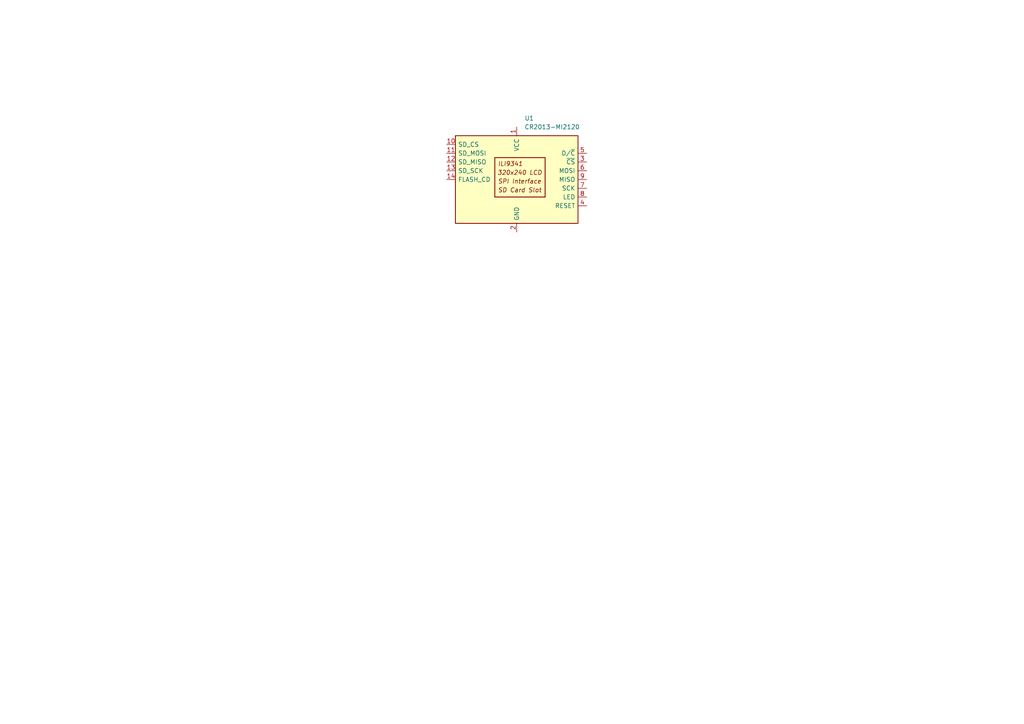
<source format=kicad_sch>
(kicad_sch (version 20250114) (generator "eeschema") (generator_version "9.0")
  (paper "A4")
  (lib_symbols
    (symbol "Driver_Display:CR2013-MI2120" (pin_names (offset 0.762))
      (property "Reference" "U" (at -17.526 13.97 0))
      (property "Value" "CR2013-MI2120" (at 1.905 13.97 0))
      (symbol "CR2013-MI2120_0_0"
        (text "ILI9341" (at -5.461 4.572 0) (effects (font (size 1.27 1.27) (italic yes)) (justify left)))
        (text "SPI Interface" (at -5.461 -0.508 0) (effects (font (size 1.27 1.27) (italic yes)) (justify left)))
        (text "SD Card Slot" (at -5.461 -3.048 0) (effects (font (size 1.27 1.27) (italic yes)) (justify left)))
        (text "320x240 LCD" (at 0.889 2.032 0) (effects (font (size 1.27 1.27) (italic yes))))
      )
      (symbol "CR2013-MI2120_0_1"
        (rectangle (start -17.78 12.7) (end 17.78 -12.7) (stroke (width 0.254)) (fill (type background)))
        (rectangle (start -6.35 6.35) (end 8.255 -5.08) (stroke (width 0.254)))
      )
      (symbol "CR2013-MI2120_1_1"
        (pin input line (at -20.32 10.16 0) (length 2.54) (name "SD_CS") (number "10"))
        (pin input line (at -20.32 7.62 0) (length 2.54) (name "SD_MOSI") (number "11"))
        (pin output line (at -20.32 5.08 0) (length 2.54) (name "SD_MISO") (number "12"))
        (pin input line (at -20.32 2.54 0) (length 2.54) (name "SD_SCK") (number "13"))
        (pin input line (at -20.32 0 0) (length 2.54) (name "FLASH_CD") (number "14"))
        (pin power_in line (at 0 15.24 270) (length 2.54) (name "VCC") (number "1"))
        (pin power_in line (at 0 -15.24 90) (length 2.54) (name "GND") (number "2"))
        (pin input line (at 20.32 7.62 180) (length 2.54) (name "D/~{C}") (number "5"))
        (pin input line (at 20.32 5.08 180) (length 2.54) (name "~{CS}") (number "3"))
        (pin input line (at 20.32 2.54 180) (length 2.54) (name "MOSI") (number "6"))
        (pin output line (at 20.32 0 180) (length 2.54) (name "MISO") (number "9"))
        (pin input line (at 20.32 -2.54 180) (length 2.54) (name "SCK") (number "7"))
        (pin input line (at 20.32 -5.08 180) (length 2.54) (name "LED") (number "8"))
        (pin input line (at 20.32 -7.62 180) (length 2.54) (name "RESET") (number "4"))
      )
    )
  )
  (symbol (lib_id "Driver_Display:CR2013-MI2120") (at 149.86 52.07 0) (unit 1)
    (property "Reference" "U1" (at 152.1177 34.29 0) (effects (justify left)))
    (property "Value" "CR2013-MI2120" (at 152.1177 36.83 0) (effects (justify left)))
    (property "Footprint" "Display:CR2013-MI2120" (effects (hide yes)))
    (property "Datasheet" "http://pan.baidu.com/s/11Y990" (effects (hide yes)))
    (property "Description" "ILI9341 controller, SPI TFT LCD Display, 9-pin breakout PCB, 4-pin SD card interface, 5V/3.3V" (effects (hide yes)))
  )
)
</source>
